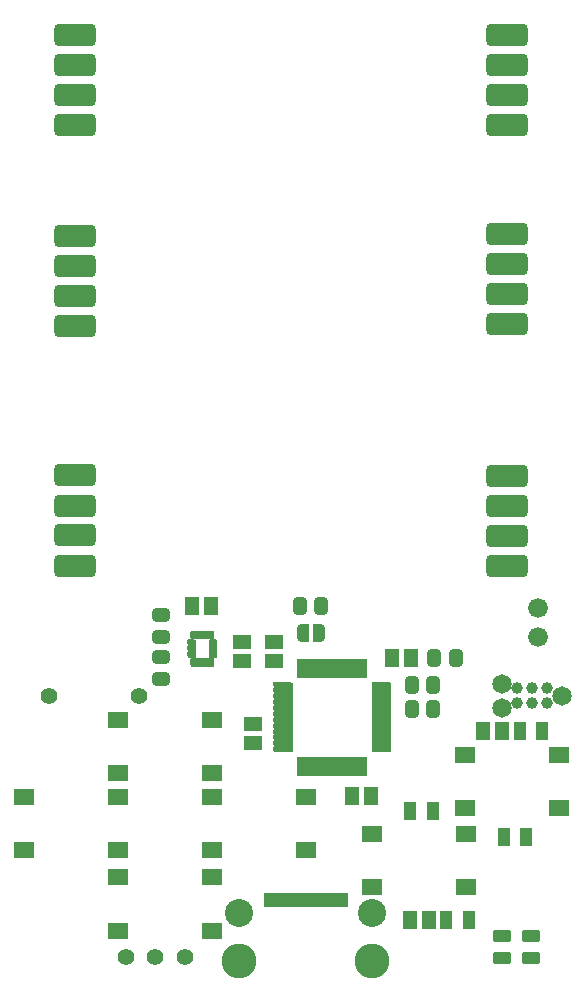
<source format=gbr>
%TF.GenerationSoftware,KiCad,Pcbnew,8.0.5*%
%TF.CreationDate,2024-09-24T06:40:10+02:00*%
%TF.ProjectId,PixelBytesHost,50697865-6c42-4797-9465-73486f73742e,rev?*%
%TF.SameCoordinates,Original*%
%TF.FileFunction,Soldermask,Top*%
%TF.FilePolarity,Negative*%
%FSLAX46Y46*%
G04 Gerber Fmt 4.6, Leading zero omitted, Abs format (unit mm)*
G04 Created by KiCad (PCBNEW 8.0.5) date 2024-09-24 06:40:10*
%MOMM*%
%LPD*%
G01*
G04 APERTURE LIST*
G04 Aperture macros list*
%AMRoundRect*
0 Rectangle with rounded corners*
0 $1 Rounding radius*
0 $2 $3 $4 $5 $6 $7 $8 $9 X,Y pos of 4 corners*
0 Add a 4 corners polygon primitive as box body*
4,1,4,$2,$3,$4,$5,$6,$7,$8,$9,$2,$3,0*
0 Add four circle primitives for the rounded corners*
1,1,$1+$1,$2,$3*
1,1,$1+$1,$4,$5*
1,1,$1+$1,$6,$7*
1,1,$1+$1,$8,$9*
0 Add four rect primitives between the rounded corners*
20,1,$1+$1,$2,$3,$4,$5,0*
20,1,$1+$1,$4,$5,$6,$7,0*
20,1,$1+$1,$6,$7,$8,$9,0*
20,1,$1+$1,$8,$9,$2,$3,0*%
%AMFreePoly0*
4,1,35,0.535355,0.785355,0.550000,0.750000,0.550000,-0.750000,0.535355,-0.785355,0.500000,-0.800000,0.000000,-0.800000,-0.012286,-0.794911,-0.071157,-0.794911,-0.085244,-0.792886,-0.221795,-0.752791,-0.234740,-0.746879,-0.354462,-0.669938,-0.365217,-0.660618,-0.458414,-0.553063,-0.466109,-0.541091,-0.525228,-0.411637,-0.529237,-0.397982,-0.549491,-0.257116,-0.550000,-0.250000,-0.550000,0.250000,
-0.549491,0.257116,-0.529237,0.397982,-0.525228,0.411637,-0.466109,0.541091,-0.458414,0.553063,-0.365217,0.660618,-0.354462,0.669938,-0.234740,0.746879,-0.221795,0.752791,-0.085244,0.792886,-0.071157,0.794911,-0.012286,0.794911,0.000000,0.800000,0.500000,0.800000,0.535355,0.785355,0.535355,0.785355,$1*%
%AMFreePoly1*
4,1,35,0.012286,0.794911,0.071157,0.794911,0.085244,0.792886,0.221795,0.752791,0.234740,0.746879,0.354462,0.669938,0.365217,0.660618,0.458414,0.553063,0.466109,0.541091,0.525228,0.411637,0.529237,0.397982,0.549491,0.257116,0.550000,0.250000,0.550000,-0.250000,0.549491,-0.257116,0.529237,-0.397982,0.525228,-0.411637,0.466109,-0.541091,0.458414,-0.553063,0.365217,-0.660618,
0.354462,-0.669938,0.234740,-0.746879,0.221795,-0.752791,0.085244,-0.792886,0.071157,-0.794911,0.012286,-0.794911,0.000000,-0.800000,-0.500000,-0.800000,-0.535355,-0.785355,-0.550000,-0.750000,-0.550000,0.750000,-0.535355,0.785355,-0.500000,0.800000,0.000000,0.800000,0.012286,0.794911,0.012286,0.794911,$1*%
G04 Aperture macros list end*
%ADD10C,0.100000*%
%ADD11RoundRect,0.050000X0.700000X-0.450000X0.700000X0.450000X-0.700000X0.450000X-0.700000X-0.450000X0*%
%ADD12RoundRect,0.050000X-0.500000X-0.725000X0.500000X-0.725000X0.500000X0.725000X-0.500000X0.725000X0*%
%ADD13RoundRect,0.274390X-0.288110X-0.475610X0.288110X-0.475610X0.288110X0.475610X-0.288110X0.475610X0*%
%ADD14RoundRect,0.050000X-0.510000X-0.735000X0.510000X-0.735000X0.510000X0.735000X-0.510000X0.735000X0*%
%ADD15C,0.989000*%
%ADD16C,1.650000*%
%ADD17RoundRect,0.050000X0.775000X-0.650000X0.775000X0.650000X-0.775000X0.650000X-0.775000X-0.650000X0*%
%ADD18RoundRect,0.050000X0.735000X-0.510000X0.735000X0.510000X-0.735000X0.510000X-0.735000X-0.510000X0*%
%ADD19RoundRect,0.274390X-0.475610X0.288110X-0.475610X-0.288110X0.475610X-0.288110X0.475610X0.288110X0*%
%ADD20RoundRect,0.274390X0.288110X0.475610X-0.288110X0.475610X-0.288110X-0.475610X0.288110X-0.475610X0*%
%ADD21RoundRect,0.050000X-0.735000X0.510000X-0.735000X-0.510000X0.735000X-0.510000X0.735000X0.510000X0*%
%ADD22RoundRect,0.050000X0.510000X0.735000X-0.510000X0.735000X-0.510000X-0.735000X0.510000X-0.735000X0*%
%ADD23RoundRect,0.050000X0.175000X0.287500X-0.175000X0.287500X-0.175000X-0.287500X0.175000X-0.287500X0*%
%ADD24RoundRect,0.050000X0.287500X-0.175000X0.287500X0.175000X-0.287500X0.175000X-0.287500X-0.175000X0*%
%ADD25RoundRect,0.100000X-0.687500X-0.100000X0.687500X-0.100000X0.687500X0.100000X-0.687500X0.100000X0*%
%ADD26RoundRect,0.100000X-0.100000X-0.687500X0.100000X-0.687500X0.100000X0.687500X-0.100000X0.687500X0*%
%ADD27FreePoly0,0.000000*%
%ADD28FreePoly1,0.000000*%
%ADD29RoundRect,0.050000X-0.300000X-0.550000X0.300000X-0.550000X0.300000X0.550000X-0.300000X0.550000X0*%
%ADD30RoundRect,0.050000X-0.150000X-0.550000X0.150000X-0.550000X0.150000X0.550000X-0.150000X0.550000X0*%
%ADD31C,2.380000*%
%ADD32C,2.950000*%
%ADD33RoundRect,0.475000X-1.325000X-0.475000X1.325000X-0.475000X1.325000X0.475000X-1.325000X0.475000X0*%
%ADD34C,1.400000*%
%ADD35C,1.675000*%
G04 APERTURE END LIST*
D10*
X145600000Y-110600000D02*
X144100000Y-110600000D01*
X144100000Y-104800000D01*
X145600000Y-104800000D01*
X145600000Y-110600000D01*
G36*
X145600000Y-110600000D02*
G01*
X144100000Y-110600000D01*
X144100000Y-104800000D01*
X145600000Y-104800000D01*
X145600000Y-110600000D01*
G37*
X143600000Y-104300000D02*
X137800000Y-104300000D01*
X137800000Y-102800000D01*
X143600000Y-102800000D01*
X143600000Y-104300000D01*
G36*
X143600000Y-104300000D02*
G01*
X137800000Y-104300000D01*
X137800000Y-102800000D01*
X143600000Y-102800000D01*
X143600000Y-104300000D01*
G37*
X142000000Y-123750000D02*
X135000000Y-123750000D01*
X135000000Y-122650000D01*
X142000000Y-122650000D01*
X142000000Y-123750000D01*
G36*
X142000000Y-123750000D02*
G01*
X135000000Y-123750000D01*
X135000000Y-122650000D01*
X142000000Y-122650000D01*
X142000000Y-123750000D01*
G37*
X129100000Y-102600000D02*
X128500000Y-102600000D01*
X128500000Y-101200000D01*
X129100000Y-101200000D01*
X129100000Y-102600000D01*
G36*
X129100000Y-102600000D02*
G01*
X128500000Y-102600000D01*
X128500000Y-101200000D01*
X129100000Y-101200000D01*
X129100000Y-102600000D01*
G37*
X130650000Y-101050000D02*
X128750000Y-101050000D01*
X128750000Y-100450000D01*
X130650000Y-100450000D01*
X130650000Y-101050000D01*
G36*
X130650000Y-101050000D02*
G01*
X128750000Y-101050000D01*
X128750000Y-100450000D01*
X130650000Y-100450000D01*
X130650000Y-101050000D01*
G37*
X137300000Y-110600000D02*
X135800000Y-110600000D01*
X135800000Y-104800000D01*
X137300000Y-104800000D01*
X137300000Y-110600000D01*
G36*
X137300000Y-110600000D02*
G01*
X135800000Y-110600000D01*
X135800000Y-104800000D01*
X137300000Y-104800000D01*
X137300000Y-110600000D01*
G37*
X130900000Y-102600000D02*
X130300000Y-102600000D01*
X130300000Y-101200000D01*
X130900000Y-101200000D01*
X130900000Y-102600000D01*
G36*
X130900000Y-102600000D02*
G01*
X130300000Y-102600000D01*
X130300000Y-101200000D01*
X130900000Y-101200000D01*
X130900000Y-102600000D01*
G37*
X130650000Y-103400000D02*
X128750000Y-103400000D01*
X128750000Y-102750000D01*
X130650000Y-102750000D01*
X130650000Y-103400000D01*
G36*
X130650000Y-103400000D02*
G01*
X128750000Y-103400000D01*
X128750000Y-102750000D01*
X130650000Y-102750000D01*
X130650000Y-103400000D01*
G37*
X143600000Y-112600000D02*
X137800000Y-112600000D01*
X137800000Y-111100000D01*
X143600000Y-111100000D01*
X143600000Y-112600000D01*
G36*
X143600000Y-112600000D02*
G01*
X137800000Y-112600000D01*
X137800000Y-111100000D01*
X143600000Y-111100000D01*
X143600000Y-112600000D01*
G37*
D11*
%TO.C,LED_Red_bms1*%
X155092500Y-128150000D03*
X155092500Y-126250000D03*
%TD*%
%TO.C,LED_green_bms1*%
X157600000Y-128150000D03*
X157600000Y-126250000D03*
%TD*%
D12*
%TO.C,R21*%
X155250000Y-117900000D03*
X157150000Y-117900000D03*
%TD*%
%TO.C,R22*%
X147349935Y-115678635D03*
X149249935Y-115678635D03*
%TD*%
D13*
%TO.C,R8*%
X147475000Y-105000000D03*
X149300000Y-105000000D03*
%TD*%
D14*
%TO.C,C3*%
X142400000Y-114400000D03*
X144000000Y-114400000D03*
%TD*%
D12*
%TO.C,R20*%
X150399935Y-124900000D03*
X152299935Y-124900000D03*
%TD*%
D15*
%TO.C,J1*%
X158900000Y-105265000D03*
X158900000Y-106535000D03*
X157630000Y-105265000D03*
X157630000Y-106535000D03*
X156360000Y-105265000D03*
X156360000Y-106535000D03*
D16*
X160170000Y-105900000D03*
X155090000Y-106916000D03*
X155090000Y-104884000D03*
%TD*%
D17*
%TO.C,S_b1*%
X152025000Y-110950000D03*
X152025000Y-115450000D03*
X159975000Y-110950000D03*
X159975000Y-115450000D03*
%TD*%
D18*
%TO.C,C4*%
X133088000Y-103000000D03*
X133088000Y-101400000D03*
%TD*%
D13*
%TO.C,R7*%
X137987500Y-98300000D03*
X139812500Y-98300000D03*
%TD*%
D19*
%TO.C,R5*%
X126288000Y-99087500D03*
X126288000Y-100912500D03*
%TD*%
D20*
%TO.C,R9*%
X149312500Y-107000000D03*
X147487500Y-107000000D03*
%TD*%
D17*
%TO.C,S_left1*%
X114625000Y-114500000D03*
X114625000Y-119000000D03*
X122575000Y-114500000D03*
X122575000Y-119000000D03*
%TD*%
D21*
%TO.C,C1*%
X134000000Y-108300000D03*
X134000000Y-109900000D03*
%TD*%
D19*
%TO.C,R6*%
X126288000Y-102675000D03*
X126288000Y-104500000D03*
%TD*%
D20*
%TO.C,R10*%
X151225000Y-102700000D03*
X149400000Y-102700000D03*
%TD*%
D21*
%TO.C,C5*%
X135800000Y-101400000D03*
X135800000Y-103000000D03*
%TD*%
D22*
%TO.C,C13*%
X155150000Y-108900000D03*
X153550000Y-108900000D03*
%TD*%
D23*
%TO.C,IC1*%
X128950000Y-103063000D03*
X129450000Y-103063000D03*
X129950000Y-103063000D03*
X130450000Y-103063000D03*
D24*
X130612000Y-102400000D03*
X130612000Y-101900000D03*
X130612000Y-101400000D03*
D23*
X130450000Y-100737000D03*
X129950000Y-100737000D03*
X129450000Y-100737000D03*
X128950000Y-100737000D03*
D24*
X128788000Y-101400000D03*
X128788000Y-101900000D03*
X128788000Y-102400000D03*
%TD*%
D25*
%TO.C,U2*%
X136537500Y-104950000D03*
X136537500Y-105450000D03*
X136537500Y-105950000D03*
X136537500Y-106450000D03*
X136537500Y-106950000D03*
X136537500Y-107450000D03*
X136537500Y-107950000D03*
X136537500Y-108450000D03*
X136537500Y-108950000D03*
X136537500Y-109450000D03*
X136537500Y-109950000D03*
X136537500Y-110450000D03*
D26*
X137950000Y-111862500D03*
X138450000Y-111862500D03*
X138950000Y-111862500D03*
X139450000Y-111862500D03*
X139950000Y-111862500D03*
X140450000Y-111862500D03*
X140950000Y-111862500D03*
X141450000Y-111862500D03*
X141950000Y-111862500D03*
X142450000Y-111862500D03*
X142950000Y-111862500D03*
X143450000Y-111862500D03*
D25*
X144862500Y-110450000D03*
X144862500Y-109950000D03*
X144862500Y-109450000D03*
X144862500Y-108950000D03*
X144862500Y-108450000D03*
X144862500Y-107950000D03*
X144862500Y-107450000D03*
X144862500Y-106950000D03*
X144862500Y-106450000D03*
X144862500Y-105950000D03*
X144862500Y-105450000D03*
X144862500Y-104950000D03*
D26*
X143450000Y-103537500D03*
X142950000Y-103537500D03*
X142450000Y-103537500D03*
X141950000Y-103537500D03*
X141450000Y-103537500D03*
X140950000Y-103537500D03*
X140450000Y-103537500D03*
X139950000Y-103537500D03*
X139450000Y-103537500D03*
X138950000Y-103537500D03*
X138450000Y-103537500D03*
X137950000Y-103537500D03*
%TD*%
D27*
%TO.C,JP1*%
X138300000Y-100600000D03*
D28*
X139600000Y-100600000D03*
%TD*%
D29*
%TO.C,J2*%
X135300000Y-123200000D03*
X136100000Y-123200000D03*
D30*
X137250000Y-123200000D03*
X138250000Y-123200000D03*
X138750000Y-123200000D03*
X139750000Y-123200000D03*
D29*
X140900000Y-123200000D03*
X141700000Y-123200000D03*
D30*
X140250000Y-123200000D03*
X139250000Y-123200000D03*
X137750000Y-123200000D03*
X136750000Y-123200000D03*
D31*
X132880000Y-124350000D03*
D32*
X132880000Y-128350000D03*
X144120000Y-128350000D03*
D31*
X144120000Y-124350000D03*
%TD*%
D22*
%TO.C,C14*%
X148899935Y-124900000D03*
X147299935Y-124900000D03*
%TD*%
%TO.C,C6*%
X147400000Y-102700000D03*
X145800000Y-102700000D03*
%TD*%
D17*
%TO.C,S_right1*%
X130575000Y-114500000D03*
X130575000Y-119000000D03*
X138525000Y-114500000D03*
X138525000Y-119000000D03*
%TD*%
%TO.C,S_down1*%
X122625000Y-121292730D03*
X122625000Y-125792730D03*
X130575000Y-121292730D03*
X130575000Y-125792730D03*
%TD*%
D12*
%TO.C,R19*%
X156650000Y-108900000D03*
X158550000Y-108900000D03*
%TD*%
D22*
%TO.C,C2*%
X130500000Y-98300000D03*
X128900000Y-98300000D03*
%TD*%
D33*
%TO.C,U1*%
X119000000Y-49990000D03*
X119000000Y-52530000D03*
X119000000Y-55070000D03*
X119000000Y-57610000D03*
X119000000Y-66957200D03*
X119000000Y-69497200D03*
X119000000Y-72037200D03*
X119000000Y-74577200D03*
X119000000Y-87226400D03*
X119000000Y-89817200D03*
X119000000Y-92306400D03*
X119000000Y-94897200D03*
X155576000Y-49990000D03*
X155576000Y-52530000D03*
X155576000Y-55070000D03*
X155576000Y-57610000D03*
X155576000Y-66855600D03*
X155576000Y-69395600D03*
X155576000Y-71935600D03*
X155576000Y-74475600D03*
X155576000Y-87277200D03*
X155576000Y-89817200D03*
X155576000Y-92357200D03*
X155576000Y-94897200D03*
%TD*%
D17*
%TO.C,S_up1*%
X122625000Y-107950000D03*
X122625000Y-112450000D03*
X130575000Y-107950000D03*
X130575000Y-112450000D03*
%TD*%
%TO.C,S_a1*%
X144125000Y-117650000D03*
X144125000Y-122150000D03*
X152075000Y-117650000D03*
X152075000Y-122150000D03*
%TD*%
D34*
%TO.C,LS1*%
X116800000Y-105900000D03*
X124400000Y-105900000D03*
%TD*%
%TO.C,SW_Toggle1*%
X123275000Y-128050000D03*
X125775000Y-128050000D03*
X128275000Y-128050000D03*
%TD*%
D35*
%TO.C,J3*%
X158200000Y-98450000D03*
X158200000Y-100950000D03*
%TD*%
M02*

</source>
